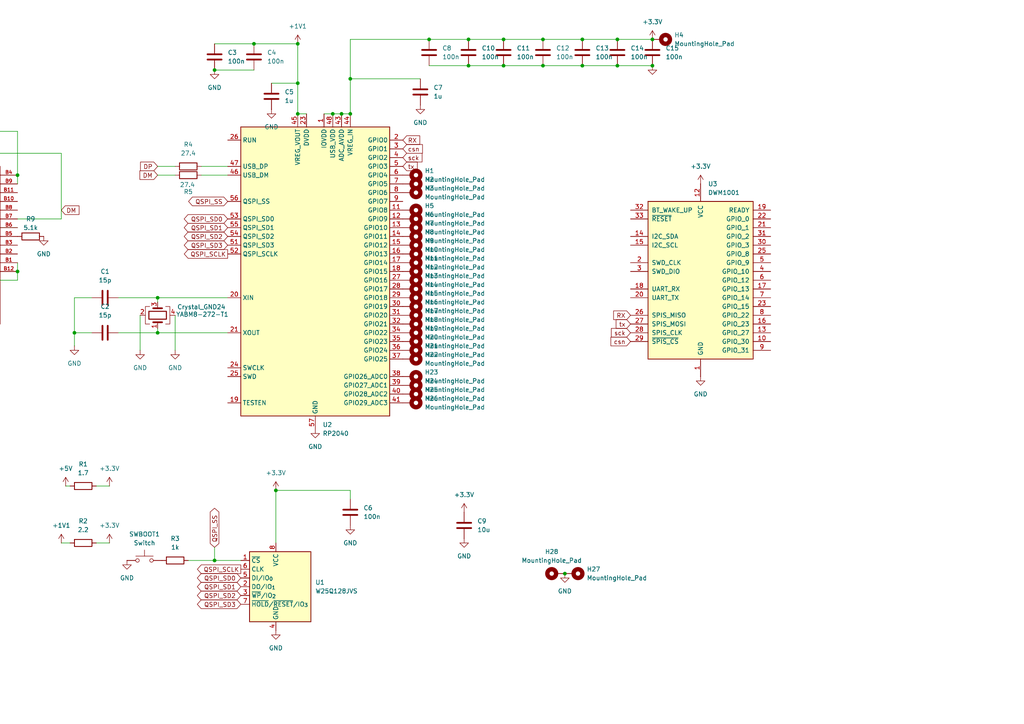
<source format=kicad_sch>
(kicad_sch (version 20250114) (generator "eeschema") (generator_version "9.0")
  (paper "A4")
  (lib_symbols
    (symbol "Device:C" (pin_numbers (hide yes)) (pin_names (offset 0.254))
      (property "Reference" "C" (at 0.635 2.54 0))
      (property "Value" "C" (at 0.635 -2.54 0))
      (symbol "C_0_1"
        (polyline (pts (xy -2.032 0.762) (xy 2.032 0.762)) (stroke (width 0.508)))
        (polyline (pts (xy -2.032 -0.762) (xy 2.032 -0.762)) (stroke (width 0.508)))
      )
      (symbol "C_1_1"
        (pin passive line (at 0 3.81 270) (length 2.794) (name "~") (number "1"))
        (pin passive line (at 0 -3.81 90) (length 2.794) (name "~") (number "2"))
      )
    )
    (symbol "Device:Crystal_GND24" (pin_names (offset 1.016) (hide yes))
      (property "Reference" "Y" (at 3.175 5.08 0))
      (property "Value" "Crystal_GND24" (at 3.175 3.175 0))
      (symbol "Crystal_GND24_0_1"
        (polyline (pts (xy -2.54 2.286) (xy -2.54 3.556) (xy 2.54 3.556) (xy 2.54 2.286)))
        (polyline (pts (xy -2.54 0) (xy -2.032 0)))
        (polyline (pts (xy -2.54 -2.286) (xy -2.54 -3.556) (xy 2.54 -3.556) (xy 2.54 -2.286)))
        (polyline (pts (xy -2.032 -1.27) (xy -2.032 1.27)) (stroke (width 0.508)))
        (rectangle (start -1.143 2.54) (end 1.143 -2.54) (stroke (width 0.3048)))
        (polyline (pts (xy 0 3.556) (xy 0 3.81)))
        (polyline (pts (xy 0 -3.81) (xy 0 -3.556)))
        (polyline (pts (xy 2.032 0) (xy 2.54 0)))
        (polyline (pts (xy 2.032 -1.27) (xy 2.032 1.27)) (stroke (width 0.508)))
      )
      (symbol "Crystal_GND24_1_1"
        (pin passive line (at -3.81 0 0) (length 1.27) (name "1") (number "1"))
        (pin passive line (at 0 5.08 270) (length 1.27) (name "2") (number "2"))
        (pin passive line (at 0 -5.08 90) (length 1.27) (name "4") (number "4"))
        (pin passive line (at 3.81 0 180) (length 1.27) (name "3") (number "3"))
      )
    )
    (symbol "Device:R" (pin_numbers (hide yes)) (pin_names (offset 0))
      (property "Reference" "R" (at 2.032 0 90))
      (property "Value" "R" (at 0 0 90))
      (symbol "R_0_1"
        (rectangle (start -1.016 -2.54) (end 1.016 2.54) (stroke (width 0.254)))
      )
      (symbol "R_1_1"
        (pin passive line (at 0 3.81 270) (length 1.27) (name "~") (number "1"))
        (pin passive line (at 0 -3.81 90) (length 1.27) (name "~") (number "2"))
      )
    )
    (symbol "MCU_RaspberryPi:RP2040"
      (property "Reference" "U" (at 17.78 45.72 0))
      (property "Value" "RP2040" (at 17.78 43.18 0))
      (symbol "RP2040_0_1"
        (rectangle (start -21.59 41.91) (end 21.59 -41.91) (stroke (width 0.254)) (fill (type background)))
      )
      (symbol "RP2040_1_1"
        (pin input line (at -25.4 38.1 0) (length 3.81) (name "RUN") (number "26"))
        (pin bidirectional line (at -25.4 30.48 0) (length 3.81) (name "USB_DP") (number "47"))
        (pin bidirectional line (at -25.4 27.94 0) (length 3.81) (name "USB_DM") (number "46"))
        (pin bidirectional line (at -25.4 20.32 0) (length 3.81) (name "QSPI_SS") (number "56"))
        (pin bidirectional line (at -25.4 15.24 0) (length 3.81) (name "QSPI_SD0") (number "53"))
        (pin bidirectional line (at -25.4 12.7 0) (length 3.81) (name "QSPI_SD1") (number "55"))
        (pin bidirectional line (at -25.4 10.16 0) (length 3.81) (name "QSPI_SD2") (number "54"))
        (pin bidirectional line (at -25.4 7.62 0) (length 3.81) (name "QSPI_SD3") (number "51"))
        (pin output line (at -25.4 5.08 0) (length 3.81) (name "QSPI_SCLK") (number "52"))
        (pin input line (at -25.4 -7.62 0) (length 3.81) (name "XIN") (number "20"))
        (pin passive line (at -25.4 -17.78 0) (length 3.81) (name "XOUT") (number "21"))
        (pin input line (at -25.4 -27.94 0) (length 3.81) (name "SWCLK") (number "24"))
        (pin bidirectional line (at -25.4 -30.48 0) (length 3.81) (name "SWD") (number "25"))
        (pin input line (at -25.4 -38.1 0) (length 3.81) (name "TESTEN") (number "19"))
        (pin power_out line (at -5.08 45.72 270) (length 3.81) (name "VREG_VOUT") (number "45"))
        (pin power_in line (at -2.54 45.72 270) (length 3.81) (name "DVDD") (number "23"))
        (pin passive line (at -2.54 45.72 270) (length 3.81) (hide yes) (name "DVDD") (number "50"))
        (pin power_in line (at 0 -45.72 90) (length 3.81) (name "GND") (number "57"))
        (pin power_in line (at 2.54 45.72 270) (length 3.81) (name "IOVDD") (number "1"))
        (pin passive line (at 2.54 45.72 270) (length 3.81) (hide yes) (name "IOVDD") (number "10"))
        (pin passive line (at 2.54 45.72 270) (length 3.81) (hide yes) (name "IOVDD") (number "22"))
        (pin passive line (at 2.54 45.72 270) (length 3.81) (hide yes) (name "IOVDD") (number "33"))
        (pin passive line (at 2.54 45.72 270) (length 3.81) (hide yes) (name "IOVDD") (number "42"))
        (pin passive line (at 2.54 45.72 270) (length 3.81) (hide yes) (name "IOVDD") (number "49"))
        (pin power_in line (at 5.08 45.72 270) (length 3.81) (name "USB_VDD") (number "48"))
        (pin power_in line (at 7.62 45.72 270) (length 3.81) (name "ADC_AVDD") (number "43"))
        (pin power_in line (at 10.16 45.72 270) (length 3.81) (name "VREG_IN") (number "44"))
        (pin bidirectional line (at 25.4 38.1 180) (length 3.81) (name "GPIO0") (number "2"))
        (pin bidirectional line (at 25.4 35.56 180) (length 3.81) (name "GPIO1") (number "3"))
        (pin bidirectional line (at 25.4 33.02 180) (length 3.81) (name "GPIO2") (number "4"))
        (pin bidirectional line (at 25.4 30.48 180) (length 3.81) (name "GPIO3") (number "5"))
        (pin bidirectional line (at 25.4 27.94 180) (length 3.81) (name "GPIO4") (number "6"))
        (pin bidirectional line (at 25.4 25.4 180) (length 3.81) (name "GPIO5") (number "7"))
        (pin bidirectional line (at 25.4 22.86 180) (length 3.81) (name "GPIO6") (number "8"))
        (pin bidirectional line (at 25.4 20.32 180) (length 3.81) (name "GPIO7") (number "9"))
        (pin bidirectional line (at 25.4 17.78 180) (length 3.81) (name "GPIO8") (number "11"))
        (pin bidirectional line (at 25.4 15.24 180) (length 3.81) (name "GPIO9") (number "12"))
        (pin bidirectional line (at 25.4 12.7 180) (length 3.81) (name "GPIO10") (number "13"))
        (pin bidirectional line (at 25.4 10.16 180) (length 3.81) (name "GPIO11") (number "14"))
        (pin bidirectional line (at 25.4 7.62 180) (length 3.81) (name "GPIO12") (number "15"))
        (pin bidirectional line (at 25.4 5.08 180) (length 3.81) (name "GPIO13") (number "16"))
        (pin bidirectional line (at 25.4 2.54 180) (length 3.81) (name "GPIO14") (number "17"))
        (pin bidirectional line (at 25.4 0 180) (length 3.81) (name "GPIO15") (number "18"))
        (pin bidirectional line (at 25.4 -2.54 180) (length 3.81) (name "GPIO16") (number "27"))
        (pin bidirectional line (at 25.4 -5.08 180) (length 3.81) (name "GPIO17") (number "28"))
        (pin bidirectional line (at 25.4 -7.62 180) (length 3.81) (name "GPIO18") (number "29"))
        (pin bidirectional line (at 25.4 -10.16 180) (length 3.81) (name "GPIO19") (number "30"))
        (pin bidirectional line (at 25.4 -12.7 180) (length 3.81) (name "GPIO20") (number "31"))
        (pin bidirectional line (at 25.4 -15.24 180) (length 3.81) (name "GPIO21") (number "32"))
        (pin bidirectional line (at 25.4 -17.78 180) (length 3.81) (name "GPIO22") (number "34"))
        (pin bidirectional line (at 25.4 -20.32 180) (length 3.81) (name "GPIO23") (number "35"))
        (pin bidirectional line (at 25.4 -22.86 180) (length 3.81) (name "GPIO24") (number "36"))
        (pin bidirectional line (at 25.4 -25.4 180) (length 3.81) (name "GPIO25") (number "37"))
        (pin bidirectional line (at 25.4 -30.48 180) (length 3.81) (name "GPIO26_ADC0") (number "38"))
        (pin bidirectional line (at 25.4 -33.02 180) (length 3.81) (name "GPIO27_ADC1") (number "39"))
        (pin bidirectional line (at 25.4 -35.56 180) (length 3.81) (name "GPIO28_ADC2") (number "40"))
        (pin bidirectional line (at 25.4 -38.1 180) (length 3.81) (name "GPIO29_ADC3") (number "41"))
      )
    )
    (symbol "Mechanical:MountingHole_Pad" (pin_numbers (hide yes)) (pin_names (offset 1.016) (hide yes)) (in_bom no)
      (property "Reference" "H" (at 0 6.35 0))
      (property "Value" "MountingHole_Pad" (at 0 4.445 0))
      (symbol "MountingHole_Pad_0_1"
        (circle (center 0 1.27) (radius 1.27) (stroke (width 1.27)))
      )
      (symbol "MountingHole_Pad_1_1"
        (pin input line (at 0 -2.54 90) (length 2.54) (name "1") (number "1"))
      )
    )
    (symbol "Memory_Flash:W25Q128JVS"
      (property "Reference" "U" (at -6.35 11.43 0))
      (property "Value" "W25Q128JVS" (at 7.62 11.43 0))
      (symbol "W25Q128JVS_0_1"
        (rectangle (start -7.62 10.16) (end 10.16 -10.16) (stroke (width 0.254)) (fill (type background)))
      )
      (symbol "W25Q128JVS_1_1"
        (pin input line (at -10.16 7.62 0) (length 2.54) (name "~{CS}") (number "1"))
        (pin input line (at -10.16 5.08 0) (length 2.54) (name "CLK") (number "6"))
        (pin bidirectional line (at -10.16 2.54 0) (length 2.54) (name "DI/IO_{0}") (number "5"))
        (pin bidirectional line (at -10.16 0 0) (length 2.54) (name "DO/IO_{1}") (number "2"))
        (pin bidirectional line (at -10.16 -2.54 0) (length 2.54) (name "~{WP}/IO_{2}") (number "3"))
        (pin bidirectional line (at -10.16 -5.08 0) (length 2.54) (name "~{HOLD}/~{RESET}/IO_{3}") (number "7"))
        (pin power_in line (at 0 12.7 270) (length 2.54) (name "VCC") (number "8"))
        (pin power_in line (at 0 -12.7 90) (length 2.54) (name "GND") (number "4"))
      )
    )
    (symbol "RF_Module:DWM1001" (pin_names (offset 1.016))
      (property "Reference" "U" (at -12.7 27.94 0))
      (property "Value" "DWM1001" (at -12.7 25.4 0))
      (symbol "DWM1001_0_1"
        (rectangle (start 15.24 22.86) (end -15.24 -22.86) (stroke (width 0.254)) (fill (type background)))
      )
      (symbol "DWM1001_1_1"
        (pin input line (at -20.32 20.32 0) (length 5.08) (name "BT_WAKE_UP") (number "32"))
        (pin input line (at -20.32 17.78 0) (length 5.08) (name "~{RESET}") (number "33"))
        (pin bidirectional line (at -20.32 12.7 0) (length 5.08) (name "I2C_SDA") (number "14"))
        (pin output line (at -20.32 10.16 0) (length 5.08) (name "I2C_SCL") (number "15"))
        (pin input line (at -20.32 5.08 0) (length 5.08) (name "SWD_CLK") (number "2"))
        (pin bidirectional line (at -20.32 2.54 0) (length 5.08) (name "SWD_DIO") (number "3"))
        (pin input line (at -20.32 -2.54 0) (length 5.08) (name "UART_RX") (number "18"))
        (pin output line (at -20.32 -5.08 0) (length 5.08) (name "UART_TX") (number "20"))
        (pin output line (at -20.32 -10.16 0) (length 5.08) (name "SPIS_MISO") (number "26"))
        (pin tri_state line (at -20.32 -12.7 0) (length 5.08) (name "SPIS_MOSI") (number "27"))
        (pin input line (at -20.32 -15.24 0) (length 5.08) (name "SPIS_CLK") (number "28"))
        (pin input line (at -20.32 -17.78 0) (length 5.08) (name "~{SPIS_CS}") (number "29"))
        (pin power_in line (at 0 27.94 270) (length 5.08) (name "VCC") (number "12"))
        (pin power_in line (at 0 -27.94 90) (length 5.08) (name "GND") (number "1"))
        (pin passive line (at 0 -27.94 90) (length 5.08) (hide yes) (name "GND") (number "11"))
        (pin passive line (at 0 -27.94 90) (length 5.08) (hide yes) (name "GND") (number "24"))
        (pin passive line (at 0 -27.94 90) (length 5.08) (hide yes) (name "GND") (number "34"))
        (pin output line (at 20.32 20.32 180) (length 5.08) (name "READY") (number "19"))
        (pin bidirectional line (at 20.32 17.78 180) (length 5.08) (name "GPIO_0") (number "22"))
        (pin bidirectional line (at 20.32 15.24 180) (length 5.08) (name "GPIO_1") (number "21"))
        (pin bidirectional line (at 20.32 12.7 180) (length 5.08) (name "GPIO_2") (number "31"))
        (pin bidirectional line (at 20.32 10.16 180) (length 5.08) (name "GPIO_3") (number "30"))
        (pin bidirectional line (at 20.32 7.62 180) (length 5.08) (name "GPIO_8") (number "25"))
        (pin bidirectional line (at 20.32 5.08 180) (length 5.08) (name "GPIO_9") (number "5"))
        (pin bidirectional line (at 20.32 2.54 180) (length 5.08) (name "GPIO_10") (number "4"))
        (pin bidirectional line (at 20.32 0 180) (length 5.08) (name "GPIO_12") (number "6"))
        (pin bidirectional line (at 20.32 -2.54 180) (length 5.08) (name "GPIO_13") (number "17"))
        (pin bidirectional line (at 20.32 -5.08 180) (length 5.08) (name "GPIO_14") (number "7"))
        (pin bidirectional line (at 20.32 -7.62 180) (length 5.08) (name "GPIO_15") (number "23"))
        (pin bidirectional line (at 20.32 -10.16 180) (length 5.08) (name "GPIO_22") (number "8"))
        (pin bidirectional line (at 20.32 -12.7 180) (length 5.08) (name "GPIO_23") (number "16"))
        (pin bidirectional line (at 20.32 -15.24 180) (length 5.08) (name "GPIO_27") (number "13"))
        (pin bidirectional line (at 20.32 -17.78 180) (length 5.08) (name "GPIO_30") (number "10"))
        (pin bidirectional line (at 20.32 -20.32 180) (length 5.08) (name "GPIO_31") (number "9"))
      )
    )
    (symbol "ScottoKeebs:Placeholder_Resistor" (pin_numbers (hide yes)) (pin_names (offset 0))
      (property "Reference" "R" (at 0 2.032 0))
      (property "Value" "Resistor" (at 0 -2.54 0))
      (symbol "Placeholder_Resistor_0_1"
        (rectangle (start 2.54 -1.016) (end -2.54 1.016) (stroke (width 0.254)))
      )
      (symbol "Placeholder_Resistor_1_1"
        (pin passive line (at -3.81 0 0) (length 1.27) (name "~") (number "1"))
        (pin passive line (at 3.81 0 180) (length 1.27) (name "~") (number "2"))
      )
    )
    (symbol "ScottoKeebs:Placeholder_Switch" (pin_numbers (hide yes)) (pin_names (offset 1.016) (hide yes))
      (property "Reference" "SW" (at 1.27 2.54 0))
      (property "Value" "Switch" (at 0 -1.524 0))
      (symbol "Placeholder_Switch_0_1"
        (circle (center -2.032 0) (radius 0.508))
        (polyline (pts (xy 0 1.27) (xy 0 3.048)))
        (circle (center 2.032 0) (radius 0.508))
        (polyline (pts (xy 2.54 1.27) (xy -2.54 1.27)))
        (pin passive line (at -5.08 0 0) (length 2.54) (name "1") (number "1"))
        (pin passive line (at 5.08 0 180) (length 2.54) (name "2") (number "2"))
      )
    )
    (symbol "name:2216100001" (pin_names (offset 1.016))
      (property "Reference" "J" (at -12.7 15.875 0))
      (property "Value" "2216100001" (at -12.7 -31.115 0))
      (symbol "2216100001_0_0"
        (rectangle (start -12.7 -30.48) (end 12.7 15.24) (stroke (width 0.254)) (fill (type background)))
        (pin power_in line (at -17.78 12.7 0) (length 5.08) (name "VBUS_A") (number "A4"))
        (pin power_in line (at -17.78 10.16 0) (length 5.08) (name "VBUS_A__1") (number "A9"))
        (pin bidirectional line (at -17.78 7.62 0) (length 5.08) (name "TXP1") (number "A2"))
        (pin bidirectional line (at -17.78 5.08 0) (length 5.08) (name "TXN1") (number "A3"))
        (pin bidirectional line (at -17.78 2.54 0) (length 5.08) (name "CC1") (number "A5"))
        (pin bidirectional line (at -17.78 0 0) (length 5.08) (name "DP1") (number "A6"))
        (pin bidirectional line (at -17.78 -2.54 0) (length 5.08) (name "DN1") (number "A7"))
        (pin bidirectional line (at -17.78 -5.08 0) (length 5.08) (name "SBU1") (number "A8"))
        (pin bidirectional line (at -17.78 -7.62 0) (length 5.08) (name "RXN2") (number "A10"))
        (pin bidirectional line (at -17.78 -10.16 0) (length 5.08) (name "RXP2") (number "A11"))
        (pin power_in line (at -17.78 -12.7 0) (length 5.08) (name "GND_A") (number "A1"))
        (pin power_in line (at -17.78 -15.24 0) (length 5.08) (name "GND_A__1") (number "A12"))
        (pin passive line (at -17.78 -20.32 0) (length 5.08) (name "SHIELD") (number "SH1"))
        (pin passive line (at -17.78 -22.86 0) (length 5.08) (name "SHIELD__1") (number "SH2"))
        (pin passive line (at -17.78 -25.4 0) (length 5.08) (name "SHIELD__2") (number "SH3"))
        (pin passive line (at -17.78 -27.94 0) (length 5.08) (name "SHIELD__3") (number "SH4"))
        (pin power_in line (at 17.78 12.7 180) (length 5.08) (name "VBUS_B") (number "B4"))
        (pin power_in line (at 17.78 10.16 180) (length 5.08) (name "VBUS_B__1") (number "B9"))
        (pin bidirectional line (at 17.78 7.62 180) (length 5.08) (name "RXP1") (number "B11"))
        (pin bidirectional line (at 17.78 5.08 180) (length 5.08) (name "RXN1") (number "B10"))
        (pin bidirectional line (at 17.78 2.54 180) (length 5.08) (name "SBU2") (number "B8"))
        (pin bidirectional line (at 17.78 0 180) (length 5.08) (name "DN2") (number "B7"))
        (pin bidirectional line (at 17.78 -2.54 180) (length 5.08) (name "DP2") (number "B6"))
        (pin bidirectional line (at 17.78 -5.08 180) (length 5.08) (name "CC2") (number "B5"))
        (pin bidirectional line (at 17.78 -7.62 180) (length 5.08) (name "TXN2") (number "B3"))
        (pin bidirectional line (at 17.78 -10.16 180) (length 5.08) (name "TXP2") (number "B2"))
        (pin power_in line (at 17.78 -12.7 180) (length 5.08) (name "GND_B") (number "B1"))
        (pin power_in line (at 17.78 -15.24 180) (length 5.08) (name "GND_B__1") (number "B12"))
      )
    )
    (symbol "power:+1V1" (power) (pin_numbers (hide yes)) (pin_names (offset 0) (hide yes))
      (property "Value" "+1V1" (at 0 3.556 0))
      (symbol "+1V1_0_1"
        (polyline (pts (xy -0.762 1.27) (xy 0 2.54)))
        (polyline (pts (xy 0 2.54) (xy 0.762 1.27)))
        (polyline (pts (xy 0 0) (xy 0 2.54)))
      )
      (symbol "+1V1_1_1"
        (pin power_in line (at 0 0 90) (length 0) (name "~") (number "1"))
      )
    )
    (symbol "power:+3.3V" (power) (pin_numbers (hide yes)) (pin_names (offset 0) (hide yes))
      (property "Value" "+3.3V" (at 0 3.556 0))
      (symbol "+3.3V_0_1"
        (polyline (pts (xy -0.762 1.27) (xy 0 2.54)))
        (polyline (pts (xy 0 2.54) (xy 0.762 1.27)))
        (polyline (pts (xy 0 0) (xy 0 2.54)))
      )
      (symbol "+3.3V_1_1"
        (pin power_in line (at 0 0 90) (length 0) (name "~") (number "1"))
      )
    )
    (symbol "power:+5V" (power) (pin_numbers (hide yes)) (pin_names (offset 0) (hide yes))
      (property "Value" "+5V" (at 0 3.556 0))
      (symbol "+5V_0_1"
        (polyline (pts (xy -0.762 1.27) (xy 0 2.54)))
        (polyline (pts (xy 0 2.54) (xy 0.762 1.27)))
        (polyline (pts (xy 0 0) (xy 0 2.54)))
      )
      (symbol "+5V_1_1"
        (pin power_in line (at 0 0 90) (length 0) (name "~") (number "1"))
      )
    )
    (symbol "power:GND" (power) (pin_numbers (hide yes)) (pin_names (offset 0) (hide yes))
      (property "Value" "GND" (at 0 -3.81 0))
      (symbol "GND_0_1"
        (polyline (pts (xy 0 0) (xy 0 -1.27) (xy 1.27 -1.27) (xy 0 -2.54) (xy -1.27 -1.27) (xy 0 -1.27)))
      )
      (symbol "GND_1_1"
        (pin power_in line (at 0 0 270) (length 0) (name "~") (number "1"))
      )
    )
  )
  (junction (at 21.59 96.52))
  (junction (at 146.05 19.05))
  (junction (at 124.46 11.43))
  (junction (at -30.48 91.44))
  (junction (at 101.6 33.02))
  (junction (at 86.36 33.02))
  (junction (at -30.48 83.82))
  (junction (at 157.48 19.05))
  (junction (at 168.91 19.05))
  (junction (at 189.23 11.43))
  (junction (at 179.07 11.43))
  (junction (at -24.13 38.1))
  (junction (at -30.48 86.36))
  (junction (at -30.48 81.28))
  (junction (at 5.08 50.8))
  (junction (at 135.89 11.43))
  (junction (at 96.52 33.02))
  (junction (at 189.23 19.05))
  (junction (at 62.23 20.32))
  (junction (at 146.05 11.43))
  (junction (at 45.72 86.36))
  (junction (at 157.48 11.43))
  (junction (at 80.01 142.24))
  (junction (at 179.07 19.05))
  (junction (at 86.36 12.7))
  (junction (at 168.91 11.43))
  (junction (at 62.23 162.56))
  (junction (at 45.72 96.52))
  (junction (at 73.66 12.7))
  (junction (at 101.6 22.86))
  (junction (at 5.08 78.74))
  (junction (at 135.89 19.05))
  (junction (at 163.83 166.37))
  (junction (at -30.48 50.8))
  (junction (at -30.48 78.74))
  (junction (at 86.36 24.13))
  (junction (at 99.06 33.02))
  (junction (at -30.48 88.9))
  (wire (pts (xy 21.59 96.52) (xy 21.59 100.33)))
  (wire (pts (xy 40.64 91.44) (xy 40.64 101.6)))
  (wire (pts (xy 19.05 140.97) (xy 20.32 140.97)))
  (wire (pts (xy 124.46 19.05) (xy 135.89 19.05)))
  (wire (pts (xy 168.91 19.05) (xy 179.07 19.05)))
  (wire (pts (xy 5.08 78.74) (xy 5.08 81.28)))
  (wire (pts (xy 5.08 76.2) (xy 5.08 78.74)))
  (wire (pts (xy 5.08 50.8) (xy 5.08 53.34)))
  (wire (pts (xy 45.72 50.8) (xy 50.8 50.8)))
  (wire (pts (xy -12.7 66.04) (xy -12.7 63.5)))
  (wire (pts (xy -30.48 66.04) (xy -44.45 66.04)))
  (wire (pts (xy 62.23 158.75) (xy 62.23 162.56)))
  (wire (pts (xy 96.52 33.02) (xy 99.06 33.02)))
  (wire (pts (xy 135.89 19.05) (xy 146.05 19.05)))
  (wire (pts (xy 80.01 142.24) (xy 101.6 142.24)))
  (wire (pts (xy 54.61 162.56) (xy 62.23 162.56)))
  (wire (pts (xy 157.48 19.05) (xy 168.91 19.05)))
  (wire (pts (xy 99.06 33.02) (xy 101.6 33.02)))
  (wire (pts (xy 45.72 96.52) (xy 66.04 96.52)))
  (wire (pts (xy 80.01 142.24) (xy 80.01 157.48)))
  (wire (pts (xy -44.45 66.04) (xy -44.45 44.45)))
  (wire (pts (xy 17.78 44.45) (xy 17.78 63.5)))
  (wire (pts (xy 5.08 66.04) (xy -12.7 66.04)))
  (wire (pts (xy -30.48 78.74) (xy -30.48 81.28)))
  (wire (pts (xy 45.72 86.36) (xy 45.72 87.63)))
  (wire (pts (xy 5.08 50.8) (xy 5.08 38.1)))
  (wire (pts (xy 86.36 12.7) (xy 73.66 12.7)))
  (wire (pts (xy -30.48 86.36) (xy -30.48 88.9)))
  (wire (pts (xy 21.59 96.52) (xy 26.67 96.52)))
  (wire (pts (xy 58.42 50.8) (xy 66.04 50.8)))
  (wire (pts (xy -30.48 83.82) (xy -30.48 86.36)))
  (wire (pts (xy 5.08 38.1) (xy -24.13 38.1)))
  (wire (pts (xy 93.98 33.02) (xy 96.52 33.02)))
  (wire (pts (xy 45.72 48.26) (xy 50.8 48.26)))
  (wire (pts (xy 101.6 22.86) (xy 101.6 33.02)))
  (wire (pts (xy 101.6 142.24) (xy 101.6 144.78)))
  (wire (pts (xy 135.89 11.43) (xy 146.05 11.43)))
  (wire (pts (xy 34.29 86.36) (xy 45.72 86.36)))
  (wire (pts (xy 66.04 86.36) (xy 45.72 86.36)))
  (wire (pts (xy -12.7 63.5) (xy -30.48 63.5)))
  (wire (pts (xy 146.05 11.43) (xy 157.48 11.43)))
  (wire (pts (xy 27.94 140.97) (xy 31.75 140.97)))
  (wire (pts (xy 146.05 19.05) (xy 157.48 19.05)))
  (wire (pts (xy 124.46 11.43) (xy 135.89 11.43)))
  (wire (pts (xy 179.07 19.05) (xy 189.23 19.05)))
  (wire (pts (xy 86.36 24.13) (xy 78.74 24.13)))
  (wire (pts (xy 62.23 162.56) (xy 69.85 162.56)))
  (wire (pts (xy 101.6 22.86) (xy 101.6 11.43)))
  (wire (pts (xy 17.78 157.48) (xy 20.32 157.48)))
  (wire (pts (xy 62.23 20.32) (xy 73.66 20.32)))
  (wire (pts (xy -44.45 44.45) (xy 17.78 44.45)))
  (wire (pts (xy 86.36 33.02) (xy 86.36 24.13)))
  (wire (pts (xy 73.66 12.7) (xy 62.23 12.7)))
  (wire (pts (xy 101.6 11.43) (xy 124.46 11.43)))
  (wire (pts (xy 50.8 91.44) (xy 50.8 101.6)))
  (wire (pts (xy -30.48 50.8) (xy -30.48 53.34)))
  (wire (pts (xy 17.78 63.5) (xy 5.08 63.5)))
  (wire (pts (xy 26.67 86.36) (xy 21.59 86.36)))
  (wire (pts (xy 27.94 157.48) (xy 31.75 157.48)))
  (wire (pts (xy 21.59 86.36) (xy 21.59 96.52)))
  (wire (pts (xy -30.48 38.1) (xy -30.48 50.8)))
  (wire (pts (xy -30.48 88.9) (xy -30.48 91.44)))
  (wire (pts (xy 5.08 81.28) (xy -30.48 81.28)))
  (wire (pts (xy -30.48 76.2) (xy -30.48 78.74)))
  (wire (pts (xy -30.48 81.28) (xy -30.48 83.82)))
  (wire (pts (xy 45.72 95.25) (xy 45.72 96.52)))
  (wire (pts (xy 179.07 11.43) (xy 189.23 11.43)))
  (wire (pts (xy 34.29 96.52) (xy 45.72 96.52)))
  (wire (pts (xy 86.36 33.02) (xy 88.9 33.02)))
  (wire (pts (xy 86.36 24.13) (xy 86.36 12.7)))
  (wire (pts (xy 58.42 48.26) (xy 66.04 48.26)))
  (wire (pts (xy -24.13 38.1) (xy -30.48 38.1)))
  (wire (pts (xy 168.91 11.43) (xy 179.07 11.43)))
  (wire (pts (xy 121.92 22.86) (xy 101.6 22.86)))
  (wire (pts (xy 157.48 11.43) (xy 168.91 11.43)))
  (global_label "csn" (shape input) (at 116.84 43.18 0) (property "Intersheetrefs" "${INTERSHEET_REFS}" (effects (hide yes))))
  (global_label "QSPI_SD3" (shape bidirectional) (at 69.85 175.26 180) (property "Intersheetrefs" "${INTERSHEET_REFS}" (effects (hide yes))))
  (global_label "QSPI_SS" (shape bidirectional) (at 66.04 58.42 180) (property "Intersheetrefs" "${INTERSHEET_REFS}" (effects (hide yes))))
  (global_label "DM" (shape input) (at 45.72 50.8 180) (property "Intersheetrefs" "${INTERSHEET_REFS}" (effects (hide yes))))
  (global_label "QSPI_SD3" (shape bidirectional) (at 66.04 71.12 180) (property "Intersheetrefs" "${INTERSHEET_REFS}" (effects (hide yes))))
  (global_label "DM" (shape input) (at 17.78 60.96 0) (property "Intersheetrefs" "${INTERSHEET_REFS}" (effects (hide yes))))
  (global_label "DP" (shape input) (at 45.72 48.26 180) (property "Intersheetrefs" "${INTERSHEET_REFS}" (effects (hide yes))))
  (global_label "RX" (shape input) (at 116.84 40.64 0) (property "Intersheetrefs" "${INTERSHEET_REFS}" (effects (hide yes))))
  (global_label "RX" (shape input) (at 182.88 91.44 180) (property "Intersheetrefs" "${INTERSHEET_REFS}" (effects (hide yes))))
  (global_label "csn" (shape input) (at 182.88 99.06 180) (property "Intersheetrefs" "${INTERSHEET_REFS}" (effects (hide yes))))
  (global_label "tx" (shape input) (at 182.88 93.98 180) (property "Intersheetrefs" "${INTERSHEET_REFS}" (effects (hide yes))))
  (global_label "QSPI_SD2" (shape bidirectional) (at 69.85 172.72 180) (property "Intersheetrefs" "${INTERSHEET_REFS}" (effects (hide yes))))
  (global_label "QSPI_SS" (shape bidirectional) (at 62.23 158.75 90) (property "Intersheetrefs" "${INTERSHEET_REFS}" (effects (hide yes))))
  (global_label "QSPI_SCLK" (shape output) (at 69.85 165.1 180) (property "Intersheetrefs" "${INTERSHEET_REFS}" (effects (hide yes))))
  (global_label "QSPI_SD1" (shape bidirectional) (at 66.04 66.04 180) (property "Intersheetrefs" "${INTERSHEET_REFS}" (effects (hide yes))))
  (global_label "sck" (shape input) (at 182.88 96.52 180) (property "Intersheetrefs" "${INTERSHEET_REFS}" (effects (hide yes))))
  (global_label "DP" (shape input) (at -30.48 63.5 180) (property "Intersheetrefs" "${INTERSHEET_REFS}" (effects (hide yes))))
  (global_label "sck" (shape input) (at 116.84 45.72 0) (property "Intersheetrefs" "${INTERSHEET_REFS}" (effects (hide yes))))
  (global_label "QSPI_SD0" (shape bidirectional) (at 66.04 63.5 180) (property "Intersheetrefs" "${INTERSHEET_REFS}" (effects (hide yes))))
  (global_label "tx" (shape input) (at 116.84 48.26 0) (property "Intersheetrefs" "${INTERSHEET_REFS}" (effects (hide yes))))
  (global_label "QSPI_SD2" (shape bidirectional) (at 66.04 68.58 180) (property "Intersheetrefs" "${INTERSHEET_REFS}" (effects (hide yes))))
  (global_label "QSPI_SD1" (shape bidirectional) (at 69.85 170.18 180) (property "Intersheetrefs" "${INTERSHEET_REFS}" (effects (hide yes))))
  (global_label "QSPI_SD0" (shape bidirectional) (at 69.85 167.64 180) (property "Intersheetrefs" "${INTERSHEET_REFS}" (effects (hide yes))))
  (global_label "QSPI_SCLK" (shape output) (at 66.04 73.66 180) (property "Intersheetrefs" "${INTERSHEET_REFS}" (effects (hide yes))))
  (symbol (lib_id "Mechanical:MountingHole_Pad") (at 119.38 88.9 270) (unit 1) (in_bom no)
    (property "Reference" "H16" (at 123.19 87.6299 90) (effects (justify left)))
    (property "Value" "MountingHole_Pad" (at 123.19 90.1699 90) (effects (justify left)))
    (property "Footprint" "MountingHole:MountingHole_2.5mm_Pad_Via" (effects (hide yes)))
    (property "Description" "Mounting Hole with connection" (effects (hide yes)))
  )
  (symbol (lib_id "Mechanical:MountingHole_Pad") (at 119.38 63.5 270) (unit 1) (in_bom no)
    (property "Reference" "H6" (at 123.19 62.2299 90) (effects (justify left)))
    (property "Value" "MountingHole_Pad" (at 123.19 64.7699 90) (effects (justify left)))
    (property "Footprint" "MountingHole:MountingHole_2.5mm_Pad_Via" (effects (hide yes)))
    (property "Description" "Mounting Hole with connection" (effects (hide yes)))
  )
  (symbol (lib_id "power:GND") (at 36.83 162.56 0) (unit 1)
    (property "Reference" "#PWR07" (effects (hide yes)))
    (property "Value" "GND" (at 36.83 167.64 0))
    (property "Description" "Power symbol creates a global label with name \"GND\" , ground" (effects (hide yes)))
  )
  (symbol (lib_id "Device:C") (at 179.07 15.24 0) (unit 1)
    (property "Reference" "C14" (at 182.88 13.9699 0) (effects (justify left)))
    (property "Value" "100n" (at 182.88 16.5099 0) (effects (justify left)))
    (property "Footprint" "Capacitor_SMD:C_0402_1005Metric" (effects (hide yes)))
    (property "Description" "Unpolarized capacitor" (effects (hide yes)))
  )
  (symbol (lib_id "power:+3.3V") (at 31.75 140.97 0) (unit 1)
    (property "Reference" "#PWR05" (effects (hide yes)))
    (property "Value" "+3.3V" (at 31.75 135.89 0))
    (property "Description" "Power symbol creates a global label with name \"+3.3V\"" (effects (hide yes)))
  )
  (symbol (lib_id "power:GND") (at 101.6 152.4 0) (unit 1)
    (property "Reference" "#PWR016" (effects (hide yes)))
    (property "Value" "GND" (at 101.6 157.48 0))
    (property "Description" "Power symbol creates a global label with name \"GND\" , ground" (effects (hide yes)))
  )
  (symbol (lib_id "Device:R") (at -34.29 60.96 90) (unit 1)
    (property "Reference" "R8" (at -34.29 55.88 90))
    (property "Value" "5.1k" (at -34.29 58.42 90))
    (property "Footprint" "Resistor_SMD:R_0402_1005Metric" (effects (hide yes)))
    (property "Description" "Resistor" (effects (hide yes)))
  )
  (symbol (lib_id "power:GND") (at 62.23 20.32 0) (unit 1)
    (property "Reference" "#PWR011" (effects (hide yes)))
    (property "Value" "GND" (at 62.23 25.4 0))
    (property "Description" "Power symbol creates a global label with name \"GND\" , ground" (effects (hide yes)))
  )
  (symbol (lib_id "Mechanical:MountingHole_Pad") (at 119.38 116.84 270) (unit 1) (in_bom no)
    (property "Reference" "H26" (at 123.19 115.5699 90) (effects (justify left)))
    (property "Value" "MountingHole_Pad" (at 123.19 118.1099 90) (effects (justify left)))
    (property "Footprint" "MountingHole:MountingHole_2.5mm_Pad_Via" (effects (hide yes)))
    (property "Description" "Mounting Hole with connection" (effects (hide yes)))
  )
  (symbol (lib_id "Mechanical:MountingHole_Pad") (at 119.38 68.58 270) (unit 1) (in_bom no)
    (property "Reference" "H8" (at 123.19 67.3099 90) (effects (justify left)))
    (property "Value" "MountingHole_Pad" (at 123.19 69.8499 90) (effects (justify left)))
    (property "Footprint" "MountingHole:MountingHole_2.5mm_Pad_Via" (effects (hide yes)))
    (property "Description" "Mounting Hole with connection" (effects (hide yes)))
  )
  (symbol (lib_id "Mechanical:MountingHole_Pad") (at 119.38 71.12 270) (unit 1) (in_bom no)
    (property "Reference" "H9" (at 123.19 69.8499 90) (effects (justify left)))
    (property "Value" "MountingHole_Pad" (at 123.19 72.3899 90) (effects (justify left)))
    (property "Footprint" "MountingHole:MountingHole_2.5mm_Pad_Via" (effects (hide yes)))
    (property "Description" "Mounting Hole with connection" (effects (hide yes)))
  )
  (symbol (lib_id "Mechanical:MountingHole_Pad") (at 119.38 53.34 270) (unit 1) (in_bom no)
    (property "Reference" "H2" (at 123.19 52.0699 90) (effects (justify left)))
    (property "Value" "MountingHole_Pad" (at 123.19 54.6099 90) (effects (justify left)))
    (property "Footprint" "MountingHole:MountingHole_2.5mm_Pad_Via" (effects (hide yes)))
    (property "Description" "Mounting Hole with connection" (effects (hide yes)))
  )
  (symbol (lib_id "Mechanical:MountingHole_Pad") (at 119.38 73.66 270) (unit 1) (in_bom no)
    (property "Reference" "H10" (at 123.19 72.3899 90) (effects (justify left)))
    (property "Value" "MountingHole_Pad" (at 123.19 74.9299 90) (effects (justify left)))
    (property "Footprint" "MountingHole:MountingHole_2.5mm_Pad_Via" (effects (hide yes)))
    (property "Description" "Mounting Hole with connection" (effects (hide yes)))
  )
  (symbol (lib_id "Device:C") (at 135.89 15.24 0) (unit 1)
    (property "Reference" "C10" (at 139.7 13.9699 0) (effects (justify left)))
    (property "Value" "100n" (at 139.7 16.5099 0) (effects (justify left)))
    (property "Footprint" "Capacitor_SMD:C_0402_1005Metric" (effects (hide yes)))
    (property "Description" "Unpolarized capacitor" (effects (hide yes)))
  )
  (symbol (lib_id "Mechanical:MountingHole_Pad") (at 119.38 55.88 270) (unit 1) (in_bom no)
    (property "Reference" "H3" (at 123.19 54.6099 90) (effects (justify left)))
    (property "Value" "MountingHole_Pad" (at 123.19 57.1499 90) (effects (justify left)))
    (property "Footprint" "MountingHole:MountingHole_2.5mm_Pad_Via" (effects (hide yes)))
    (property "Description" "Mounting Hole with connection" (effects (hide yes)))
  )
  (symbol (lib_id "Device:C") (at 30.48 96.52 90) (unit 1)
    (property "Reference" "C2" (at 30.48 88.9 90))
    (property "Value" "15p" (at 30.48 91.44 90))
    (property "Footprint" "Capacitor_SMD:C_0402_1005Metric" (effects (hide yes)))
    (property "Description" "Unpolarized capacitor" (effects (hide yes)))
  )
  (symbol (lib_id "power:+5V") (at 19.05 140.97 0) (unit 1)
    (property "Reference" "#PWR02" (effects (hide yes)))
    (property "Value" "+5V" (at 19.05 135.89 0))
    (property "Description" "Power symbol creates a global label with name \"+5V\"" (effects (hide yes)))
  )
  (symbol (lib_id "power:GND") (at -38.1 60.96 0) (unit 1)
    (property "Reference" "#PWR028" (effects (hide yes)))
    (property "Value" "GND" (at -38.1 66.04 0))
    (property "Description" "Power symbol creates a global label with name \"GND\" , ground" (effects (hide yes)))
  )
  (symbol (lib_id "Device:C") (at 78.74 27.94 0) (unit 1)
    (property "Reference" "C5" (at 82.55 26.6699 0) (effects (justify left)))
    (property "Value" "1u" (at 82.55 29.2099 0) (effects (justify left)))
    (property "Footprint" "Capacitor_SMD:C_0402_1005Metric" (effects (hide yes)))
    (property "Description" "Unpolarized capacitor" (effects (hide yes)))
  )
  (symbol (lib_id "power:+3.3V") (at 134.62 148.59 0) (unit 1)
    (property "Reference" "#PWR018" (effects (hide yes)))
    (property "Value" "+3.3V" (at 134.62 143.51 0))
    (property "Description" "Power symbol creates a global label with name \"+3.3V\"" (effects (hide yes)))
  )
  (symbol (lib_id "Device:C") (at 30.48 86.36 90) (unit 1)
    (property "Reference" "C1" (at 30.48 78.74 90))
    (property "Value" "15p" (at 30.48 81.28 90))
    (property "Footprint" "Capacitor_SMD:C_0402_1005Metric" (effects (hide yes)))
    (property "Description" "Unpolarized capacitor" (effects (hide yes)))
  )
  (symbol (lib_id "power:+3.3V") (at 80.01 142.24 0) (unit 1)
    (property "Reference" "#PWR013" (effects (hide yes)))
    (property "Value" "+3.3V" (at 80.01 137.16 0))
    (property "Description" "Power symbol creates a global label with name \"+3.3V\"" (effects (hide yes)))
  )
  (symbol (lib_id "Mechanical:MountingHole_Pad") (at 119.38 83.82 270) (unit 1) (in_bom no)
    (property "Reference" "H14" (at 123.19 82.5499 90) (effects (justify left)))
    (property "Value" "MountingHole_Pad" (at 123.19 85.0899 90) (effects (justify left)))
    (property "Footprint" "MountingHole:MountingHole_2.5mm_Pad_Via" (effects (hide yes)))
    (property "Description" "Mounting Hole with connection" (effects (hide yes)))
  )
  (symbol (lib_id "Mechanical:MountingHole_Pad") (at 119.38 111.76 270) (unit 1) (in_bom no)
    (property "Reference" "H24" (at 123.19 110.4899 90) (effects (justify left)))
    (property "Value" "MountingHole_Pad" (at 123.19 113.0299 90) (effects (justify left)))
    (property "Footprint" "MountingHole:MountingHole_2.5mm_Pad_Via" (effects (hide yes)))
    (property "Description" "Mounting Hole with connection" (effects (hide yes)))
  )
  (symbol (lib_id "power:GND") (at 134.62 156.21 0) (unit 1)
    (property "Reference" "#PWR019" (effects (hide yes)))
    (property "Value" "GND" (at 134.62 161.29 0))
    (property "Description" "Power symbol creates a global label with name \"GND\" , ground" (effects (hide yes)))
  )
  (symbol (lib_id "Mechanical:MountingHole_Pad") (at 119.38 109.22 270) (unit 1) (in_bom no)
    (property "Reference" "H23" (at 123.19 107.9499 90) (effects (justify left)))
    (property "Value" "MountingHole_Pad" (at 123.19 110.4899 90) (effects (justify left)))
    (property "Footprint" "MountingHole:MountingHole_2.5mm_Pad_Via" (effects (hide yes)))
    (property "Description" "Mounting Hole with connection" (effects (hide yes)))
  )
  (symbol (lib_id "power:GND") (at 189.23 19.05 0) (unit 1)
    (property "Reference" "#PWR020" (effects (hide yes)))
    (property "Value" "GND" (effects (hide yes)))
    (property "Description" "Power symbol creates a global label with name \"GND\" , ground" (effects (hide yes)))
  )
  (symbol (lib_id "Mechanical:MountingHole_Pad") (at 119.38 60.96 270) (unit 1) (in_bom no)
    (property "Reference" "H5" (at 123.19 59.6899 90) (effects (justify left)))
    (property "Value" "MountingHole_Pad" (at 123.19 62.2299 90) (effects (justify left)))
    (property "Footprint" "MountingHole:MountingHole_2.5mm_Pad_Via" (effects (hide yes)))
    (property "Description" "Mounting Hole with connection" (effects (hide yes)))
  )
  (symbol (lib_id "Mechanical:MountingHole_Pad") (at 119.38 91.44 270) (unit 1) (in_bom no)
    (property "Reference" "H17" (at 123.19 90.1699 90) (effects (justify left)))
    (property "Value" "MountingHole_Pad" (at 123.19 92.7099 90) (effects (justify left)))
    (property "Footprint" "MountingHole:MountingHole_2.5mm_Pad_Via" (effects (hide yes)))
    (property "Description" "Mounting Hole with connection" (effects (hide yes)))
  )
  (symbol (lib_id "Device:C") (at 73.66 16.51 0) (unit 1)
    (property "Reference" "C4" (at 77.47 15.2399 0) (effects (justify left)))
    (property "Value" "100n" (at 77.47 17.7799 0) (effects (justify left)))
    (property "Footprint" "Capacitor_SMD:C_0402_1005Metric" (effects (hide yes)))
    (property "Description" "Unpolarized capacitor" (effects (hide yes)))
  )
  (symbol (lib_id "Device:C") (at 134.62 152.4 0) (unit 1)
    (property "Reference" "C9" (at 138.43 151.1299 0) (effects (justify left)))
    (property "Value" "10u" (at 138.43 153.6699 0) (effects (justify left)))
    (property "Footprint" "Capacitor_SMD:C_0402_1005Metric" (effects (hide yes)))
    (property "Description" "Unpolarized capacitor" (effects (hide yes)))
  )
  (symbol (lib_id "power:GND") (at 203.2 109.22 0) (unit 1)
    (property "Reference" "#PWR022" (effects (hide yes)))
    (property "Value" "GND" (at 203.2 114.3 0))
    (property "Description" "Power symbol creates a global label with name \"GND\" , ground" (effects (hide yes)))
  )
  (symbol (lib_id "power:GND") (at 78.74 31.75 0) (unit 1)
    (property "Reference" "#PWR012" (effects (hide yes)))
    (property "Value" "GND" (at 78.74 36.83 0))
    (property "Description" "Power symbol creates a global label with name \"GND\" , ground" (effects (hide yes)))
  )
  (symbol (lib_id "power:+1V1") (at 17.78 157.48 0) (unit 1)
    (property "Reference" "#PWR01" (effects (hide yes)))
    (property "Value" "+1V1" (at 17.78 152.4 0))
    (property "Description" "Power symbol creates a global label with name \"+1V1\"" (effects (hide yes)))
  )
  (symbol (lib_id "ScottoKeebs:Placeholder_Resistor") (at 24.13 157.48 0) (unit 1)
    (property "Reference" "R2" (at 24.13 151.13 0))
    (property "Value" "2.2" (at 24.13 153.67 0))
    (property "Footprint" "Resistor_SMD:R_0402_1005Metric" (effects (hide yes)))
    (property "Description" "Resistor" (effects (hide yes)))
  )
  (symbol (lib_id "Mechanical:MountingHole_Pad") (at 119.38 78.74 270) (unit 1) (in_bom no)
    (property "Reference" "H12" (at 123.19 77.4699 90) (effects (justify left)))
    (property "Value" "MountingHole_Pad" (at 123.19 80.0099 90) (effects (justify left)))
    (property "Footprint" "MountingHole:MountingHole_2.5mm_Pad_Via" (effects (hide yes)))
    (property "Description" "Mounting Hole with connection" (effects (hide yes)))
  )
  (symbol (lib_id "Mechanical:MountingHole_Pad") (at 119.38 66.04 270) (unit 1) (in_bom no)
    (property "Reference" "H7" (at 123.19 64.7699 90) (effects (justify left)))
    (property "Value" "MountingHole_Pad" (at 123.19 67.3099 90) (effects (justify left)))
    (property "Footprint" "MountingHole:MountingHole_2.5mm_Pad_Via" (effects (hide yes)))
    (property "Description" "Mounting Hole with connection" (effects (hide yes)))
  )
  (symbol (lib_id "Device:R") (at 54.61 50.8 90) (unit 1)
    (property "Reference" "R5" (at 54.61 55.626 90))
    (property "Value" "27.4" (at 54.356 53.594 90))
    (property "Footprint" "Resistor_SMD:R_0402_1005Metric" (effects (hide yes)))
    (property "Description" "Resistor" (effects (hide yes)))
  )
  (symbol (lib_id "Mechanical:MountingHole_Pad") (at 119.38 96.52 270) (unit 1) (in_bom no)
    (property "Reference" "H19" (at 123.19 95.2499 90) (effects (justify left)))
    (property "Value" "MountingHole_Pad" (at 123.19 97.7899 90) (effects (justify left)))
    (property "Footprint" "MountingHole:MountingHole_2.5mm_Pad_Via" (effects (hide yes)))
    (property "Description" "Mounting Hole with connection" (effects (hide yes)))
  )
  (symbol (lib_id "Mechanical:MountingHole_Pad") (at 119.38 101.6 270) (unit 1) (in_bom no)
    (property "Reference" "H21" (at 123.19 100.3299 90) (effects (justify left)))
    (property "Value" "MountingHole_Pad" (at 123.19 102.8699 90) (effects (justify left)))
    (property "Footprint" "MountingHole:MountingHole_2.5mm_Pad_Via" (effects (hide yes)))
    (property "Description" "Mounting Hole with connection" (effects (hide yes)))
  )
  (symbol (lib_id "Device:Crystal_GND24") (at 45.72 91.44 90) (unit 1)
    (property "Reference" "YABM8-272-T1" (at 58.674 91.186 90))
    (property "Value" "Crystal_GND24" (at 58.42 89.0268 90))
    (property "Footprint" "Oscillator:XTAL_ABM8-272-T3" (effects (hide yes)))
    (property "Description" "Four pin crystal, GND on pins 2 and 4" (effects (hide yes)))
  )
  (symbol (lib_id "Device:C") (at 62.23 16.51 0) (unit 1)
    (property "Reference" "C3" (at 66.04 15.2399 0) (effects (justify left)))
    (property "Value" "100n" (at 66.04 17.7799 0) (effects (justify left)))
    (property "Footprint" "Capacitor_SMD:C_0402_1005Metric" (effects (hide yes)))
    (property "Description" "Unpolarized capacitor" (effects (hide yes)))
  )
  (symbol (lib_id "Mechanical:MountingHole_Pad") (at 191.77 11.43 270) (unit 1) (in_bom no)
    (property "Reference" "H4" (at 195.58 10.1599 90) (effects (justify left)))
    (property "Value" "MountingHole_Pad" (at 195.58 12.6999 90) (effects (justify left)))
    (property "Footprint" "MountingHole:MountingHole_2.5mm_Pad_Via" (effects (hide yes)))
    (property "Description" "Mounting Hole with connection" (effects (hide yes)))
  )
  (symbol (lib_id "power:+3.3V") (at 31.75 157.48 0) (unit 1)
    (property "Reference" "#PWR06" (effects (hide yes)))
    (property "Value" "+3.3V" (at 31.75 152.4 0))
    (property "Description" "Power symbol creates a global label with name \"+3.3V\"" (effects (hide yes)))
  )
  (symbol (lib_id "power:GND") (at 21.59 100.33 0) (unit 1)
    (property "Reference" "#PWR03" (effects (hide yes)))
    (property "Value" "GND" (at 21.59 105.41 0))
    (property "Description" "Power symbol creates a global label with name \"GND\" , ground" (effects (hide yes)))
  )
  (symbol (lib_id "power:GND") (at 12.7 68.58 0) (unit 1)
    (property "Reference" "#PWR029" (effects (hide yes)))
    (property "Value" "GND" (at 12.7 73.66 0))
    (property "Description" "Power symbol creates a global label with name \"GND\" , ground" (effects (hide yes)))
  )
  (symbol (lib_id "power:+5V") (at -24.13 38.1 0) (unit 1)
    (property "Reference" "#PWR027" (effects (hide yes)))
    (property "Value" "+5V" (at -24.13 33.02 0))
    (property "Description" "Power symbol creates a global label with name \"+5V\"" (effects (hide yes)))
  )
  (symbol (lib_id "Mechanical:MountingHole_Pad") (at 119.38 99.06 270) (unit 1) (in_bom no)
    (property "Reference" "H20" (at 123.19 97.7899 90) (effects (justify left)))
    (property "Value" "MountingHole_Pad" (at 123.19 100.3299 90) (effects (justify left)))
    (property "Footprint" "MountingHole:MountingHole_2.5mm_Pad_Via" (effects (hide yes)))
    (property "Description" "Mounting Hole with connection" (effects (hide yes)))
  )
  (symbol (lib_id "Device:C") (at 157.48 15.24 0) (unit 1)
    (property "Reference" "C12" (at 161.29 13.9699 0) (effects (justify left)))
    (property "Value" "100n" (at 161.29 16.5099 0) (effects (justify left)))
    (property "Footprint" "Capacitor_SMD:C_0402_1005Metric" (effects (hide yes)))
    (property "Description" "Unpolarized capacitor" (effects (hide yes)))
  )
  (symbol (lib_id "power:GND") (at 163.83 166.37 0) (unit 1)
    (property "Reference" "#PWR024" (effects (hide yes)))
    (property "Value" "GND" (at 163.83 171.45 0))
    (property "Description" "Power symbol creates a global label with name \"GND\" , ground" (effects (hide yes)))
  )
  (symbol (lib_id "power:GND") (at 91.44 124.46 0) (unit 1)
    (property "Reference" "#PWR015" (effects (hide yes)))
    (property "Value" "GND" (at 91.44 129.54 0))
    (property "Description" "Power symbol creates a global label with name \"GND\" , ground" (effects (hide yes)))
  )
  (symbol (lib_id "Mechanical:MountingHole_Pad") (at 119.38 93.98 270) (unit 1) (in_bom no)
    (property "Reference" "H18" (at 123.19 92.7099 90) (effects (justify left)))
    (property "Value" "MountingHole_Pad" (at 123.19 95.2499 90) (effects (justify left)))
    (property "Footprint" "MountingHole:MountingHole_2.5mm_Pad_Via" (effects (hide yes)))
    (property "Description" "Mounting Hole with connection" (effects (hide yes)))
  )
  (symbol (lib_id "power:GND") (at 40.64 101.6 0) (unit 1)
    (property "Reference" "#PWR08" (effects (hide yes)))
    (property "Value" "GND" (at 40.64 106.68 0))
    (property "Description" "Power symbol creates a global label with name \"GND\" , ground" (effects (hide yes)))
  )
  (symbol (lib_id "Mechanical:MountingHole_Pad") (at 119.38 81.28 270) (unit 1) (in_bom no)
    (property "Reference" "H13" (at 123.19 80.0099 90) (effects (justify left)))
    (property "Value" "MountingHole_Pad" (at 123.19 82.5499 90) (effects (justify left)))
    (property "Footprint" "MountingHole:MountingHole_2.5mm_Pad_Via" (effects (hide yes)))
    (property "Description" "Mounting Hole with connection" (effects (hide yes)))
  )
  (symbol (lib_id "Mechanical:MountingHole_Pad") (at 119.38 76.2 270) (unit 1) (in_bom no)
    (property "Reference" "H11" (at 123.19 74.9299 90) (effects (justify left)))
    (property "Value" "MountingHole_Pad" (at 123.19 77.4699 90) (effects (justify left)))
    (property "Footprint" "MountingHole:MountingHole_2.5mm_Pad_Via" (effects (hide yes)))
    (property "Description" "Mounting Hole with connection" (effects (hide yes)))
  )
  (symbol (lib_id "power:GND") (at -30.48 91.44 0) (unit 1)
    (property "Reference" "#PWR026" (effects (hide yes)))
    (property "Value" "GND" (at -30.48 96.52 0))
    (property "Description" "Power symbol creates a global label with name \"GND\" , ground" (effects (hide yes)))
  )
  (symbol (lib_id "Mechanical:MountingHole_Pad") (at 161.29 166.37 90) (unit 1) (in_bom no)
    (property "Reference" "H28" (at 160.02 160.02 90))
    (property "Value" "MountingHole_Pad" (at 160.02 162.56 90))
    (property "Footprint" "MountingHole:MountingHole_2.5mm_Pad_Via" (effects (hide yes)))
    (property "Description" "Mounting Hole with connection" (effects (hide yes)))
  )
  (symbol (lib_id "power:+3.3V") (at 203.2 53.34 0) (unit 1)
    (property "Reference" "#PWR021" (effects (hide yes)))
    (property "Value" "+3.3V" (at 203.2 48.26 0))
    (property "Description" "Power symbol creates a global label with name \"+3.3V\"" (effects (hide yes)))
  )
  (symbol (lib_id "Mechanical:MountingHole_Pad") (at 119.38 114.3 270) (unit 1) (in_bom no)
    (property "Reference" "H25" (at 123.19 113.0299 90) (effects (justify left)))
    (property "Value" "MountingHole_Pad" (at 123.19 115.5699 90) (effects (justify left)))
    (property "Footprint" "MountingHole:MountingHole_2.5mm_Pad_Via" (effects (hide yes)))
    (property "Description" "Mounting Hole with connection" (effects (hide yes)))
  )
  (symbol (lib_id "Device:C") (at 121.92 26.67 0) (unit 1)
    (property "Reference" "C7" (at 125.73 25.3999 0) (effects (justify left)))
    (property "Value" "1u" (at 125.73 27.9399 0) (effects (justify left)))
    (property "Footprint" "Capacitor_SMD:C_0402_1005Metric" (effects (hide yes)))
    (property "Description" "Unpolarized capacitor" (effects (hide yes)))
  )
  (symbol (lib_id "Mechanical:MountingHole_Pad") (at 119.38 50.8 270) (unit 1) (in_bom no)
    (property "Reference" "H1" (at 123.19 49.5299 90) (effects (justify left)))
    (property "Value" "MountingHole_Pad" (at 123.19 52.0699 90) (effects (justify left)))
    (property "Footprint" "MountingHole:MountingHole_2.5mm_Pad_Via" (effects (hide yes)))
    (property "Description" "Mounting Hole with connection" (effects (hide yes)))
  )
  (symbol (lib_id "Device:C") (at 189.23 15.24 0) (unit 1)
    (property "Reference" "C15" (at 193.04 13.9699 0) (effects (justify left)))
    (property "Value" "100n" (at 193.04 16.5099 0) (effects (justify left)))
    (property "Footprint" "Capacitor_SMD:C_0402_1005Metric" (effects (hide yes)))
    (property "Description" "Unpolarized capacitor" (effects (hide yes)))
  )
  (symbol (lib_id "Mechanical:MountingHole_Pad") (at 119.38 86.36 270) (unit 1) (in_bom no)
    (property "Reference" "H15" (at 123.19 85.0899 90) (effects (justify left)))
    (property "Value" "MountingHole_Pad" (at 123.19 87.6299 90) (effects (justify left)))
    (property "Footprint" "MountingHole:MountingHole_2.5mm_Pad_Via" (effects (hide yes)))
    (property "Description" "Mounting Hole with connection" (effects (hide yes)))
  )
  (symbol (lib_id "name:2216100001") (at -12.7 63.5 0) (unit 1)
    (property "Reference" "J1" (at -12.7 43.18 0))
    (property "Value" "2216100001" (at -12.7 45.72 0))
    (property "Footprint" "Connector_USB:MOLEX_2216100001" (effects (hide yes)))
    (property "PARTREV" "A" (effects (hide yes)))
    (property "STANDARD" "Manufacturer Recommendations" (effects (hide yes)))
    (property "MAXIMUM_PACKAGE_HEIGHT" "3.16 mm" (effects (hide yes)))
    (property "MANUFACTURER" "Molex" (effects (hide yes)))
  )
  (symbol (lib_id "Device:C") (at 146.05 15.24 0) (unit 1)
    (property "Reference" "C11" (at 149.86 13.9699 0) (effects (justify left)))
    (property "Value" "100n" (at 149.86 16.5099 0) (effects (justify left)))
    (property "Footprint" "Capacitor_SMD:C_0402_1005Metric" (effects (hide yes)))
    (property "Description" "Unpolarized capacitor" (effects (hide yes)))
  )
  (symbol (lib_id "Mechanical:MountingHole_Pad") (at 166.37 166.37 270) (unit 1) (in_bom no)
    (property "Reference" "H27" (at 170.18 165.0999 90) (effects (justify left)))
    (property "Value" "MountingHole_Pad" (at 170.18 167.6399 90) (effects (justify left)))
    (property "Footprint" "MountingHole:MountingHole_2.5mm_Pad_Via" (effects (hide yes)))
    (property "Description" "Mounting Hole with connection" (effects (hide yes)))
  )
  (symbol (lib_id "power:GND") (at 80.01 182.88 0) (unit 1)
    (property "Reference" "#PWR023" (effects (hide yes)))
    (property "Value" "GND" (at 80.01 187.96 0))
    (property "Description" "Power symbol creates a global label with name \"GND\" , ground" (effects (hide yes)))
  )
  (symbol (lib_id "Device:R") (at 54.61 48.26 90) (unit 1)
    (property "Reference" "R4" (at 54.61 41.91 90))
    (property "Value" "27.4" (at 54.61 44.45 90))
    (property "Footprint" "Resistor_SMD:R_0402_1005Metric" (effects (hide yes)))
    (property "Description" "Resistor" (effects (hide yes)))
  )
  (symbol (lib_id "Device:C") (at 124.46 15.24 0) (unit 1)
    (property "Reference" "C8" (at 128.27 13.9699 0) (effects (justify left)))
    (property "Value" "100n" (at 128.27 16.5099 0) (effects (justify left)))
    (property "Footprint" "Capacitor_SMD:C_0402_1005Metric" (effects (hide yes)))
    (property "Description" "Unpolarized capacitor" (effects (hide yes)))
  )
  (symbol (lib_id "ScottoKeebs:Placeholder_Switch") (at 41.91 162.56 0) (unit 1)
    (property "Reference" "SWBOOT1" (at 41.91 154.94 0))
    (property "Value" "Switch" (at 41.91 157.48 0))
    (property "Footprint" "Button_Switch_SMD:SW_Push_1P1T_NO_CK_KSC6xxG" (effects (hide yes)))
    (property "Description" "Push button switch, generic, two pins" (effects (hide yes)))
  )
  (symbol (lib_id "Mechanical:MountingHole_Pad") (at 119.38 104.14 270) (unit 1) (in_bom no)
    (property "Reference" "H22" (at 123.19 102.8699 90) (effects (justify left)))
    (property "Value" "MountingHole_Pad" (at 123.19 105.4099 90) (effects (justify left)))
    (property "Footprint" "MountingHole:MountingHole_2.5mm_Pad_Via" (effects (hide yes)))
    (property "Description" "Mounting Hole with connection" (effects (hide yes)))
  )
  (symbol (lib_id "power:GND") (at 50.8 101.6 0) (unit 1)
    (property "Reference" "#PWR09" (effects (hide yes)))
    (property "Value" "GND" (at 50.8 106.68 0))
    (property "Description" "Power symbol creates a global label with name \"GND\" , ground" (effects (hide yes)))
  )
  (symbol (lib_id "Device:C") (at 101.6 148.59 0) (unit 1)
    (property "Reference" "C6" (at 105.41 147.3199 0) (effects (justify left)))
    (property "Value" "100n" (at 105.41 149.8599 0) (effects (justify left)))
    (property "Footprint" "Capacitor_SMD:C_0402_1005Metric" (effects (hide yes)))
    (property "Description" "Unpolarized capacitor" (effects (hide yes)))
  )
  (symbol (lib_id "ScottoKeebs:Placeholder_Resistor") (at 24.13 140.97 0) (unit 1)
    (property "Reference" "R1" (at 24.13 134.62 0))
    (property "Value" "1.7" (at 24.13 137.16 0))
    (property "Footprint" "Resistor_SMD:R_0402_1005Metric" (effects (hide yes)))
    (property "Description" "Resistor" (effects (hide yes)))
  )
  (symbol (lib_id "Device:R") (at 50.8 162.56 90) (unit 1)
    (property "Reference" "R3" (at 50.8 156.21 90))
    (property "Value" "1k" (at 50.8 158.75 90))
    (property "Footprint" "Resistor_SMD:R_0402_1005Metric" (effects (hide yes)))
    (property "Description" "Resistor" (effects (hide yes)))
  )
  (symbol (lib_id "Device:C") (at 168.91 15.24 0) (unit 1)
    (property "Reference" "C13" (at 172.72 13.9699 0) (effects (justify left)))
    (property "Value" "100n" (at 172.72 16.5099 0) (effects (justify left)))
    (property "Footprint" "Capacitor_SMD:C_0402_1005Metric" (effects (hide yes)))
    (property "Description" "Unpolarized capacitor" (effects (hide yes)))
  )
  (symbol (lib_id "RF_Module:DWM1001") (at 203.2 81.28 0) (unit 1)
    (property "Reference" "U3" (at 205.3433 53.34 0) (effects (justify left)))
    (property "Value" "DWM1001" (at 205.3433 55.88 0) (effects (justify left)))
    (property "Footprint" "RF_Module:DecaWave_DWM1001" (effects (hide yes)))
    (property "Datasheet" "https://www.decawave.com/sites/default/files/dwm1001_datasheet.pdf" (effects (hide yes)))
    (property "Description" "Ultra wide band RF module With ranging location capabilities, I2C, UART, SPI, +2.8V to +3.6V VCC" (effects (hide yes)))
  )
  (symbol (lib_id "power:+1V1") (at 86.36 12.7 0) (unit 1)
    (property "Reference" "#PWR014" (effects (hide yes)))
    (property "Value" "+1V1" (at 86.36 7.62 0))
    (property "Description" "Power symbol creates a global label with name \"+1V1\"" (effects (hide yes)))
  )
  (symbol (lib_id "power:GND") (at 121.92 30.48 0) (unit 1)
    (property "Reference" "#PWR017" (effects (hide yes)))
    (property "Value" "GND" (at 121.92 35.56 0))
    (property "Description" "Power symbol creates a global label with name \"GND\" , ground" (effects (hide yes)))
  )
  (symbol (lib_id "power:+3.3V") (at 189.23 11.43 0) (unit 1)
    (property "Reference" "#PWR04" (effects (hide yes)))
    (property "Value" "+3.3V" (at 189.23 6.35 0))
    (property "Description" "Power symbol creates a global label with name \"+3.3V\"" (effects (hide yes)))
  )
  (symbol (lib_id "Device:R") (at 8.89 68.58 90) (unit 1)
    (property "Reference" "R9" (at 8.89 63.5 90))
    (property "Value" "5.1k" (at 8.89 66.04 90))
    (property "Footprint" "Resistor_SMD:R_0402_1005Metric" (effects (hide yes)))
    (property "Description" "Resistor" (effects (hide yes)))
  )
  (symbol (lib_id "MCU_RaspberryPi:RP2040") (at 91.44 78.74 0) (unit 1)
    (property "Reference" "U2" (at 93.5833 123.19 0) (effects (justify left)))
    (property "Value" "RP2040" (at 93.5833 125.73 0) (effects (justify left)))
    (property "Footprint" "Package_DFN_QFN:QFN-56-1EP_7x7mm_P0.4mm_EP3.2x3.2mm" (effects (hide yes)))
    (property "Datasheet" "https://datasheets.raspberrypi.com/rp2040/rp2040-datasheet.pdf" (effects (hide yes)))
    (property "Description" "A microcontroller by Raspberry Pi" (effects (hide yes)))
  )
  (symbol (lib_id "Memory_Flash:W25Q128JVS") (at 80.01 170.18 0) (unit 1)
    (property "Reference" "U1" (at 91.44 168.9099 0) (effects (justify left)))
    (property "Value" "W25Q128JVS" (at 91.44 171.4499 0) (effects (justify left)))
    (property "Footprint" "Package_SO:SOIC-8_5.3x5.3mm_P1.27mm" (effects (hide yes)))
    (property "Datasheet" "https://www.winbond.com/resource-files/w25q128jv_dtr%20revc%2003272018%20plus.pdf" (effects (hide yes)))
    (property "Description" "128Mbit / 16MiB Serial Flash Memory, Standard/Dual/Quad SPI, 2.7-3.6V, SOIC-8" (effects (hide yes)))
  )
)
</source>
